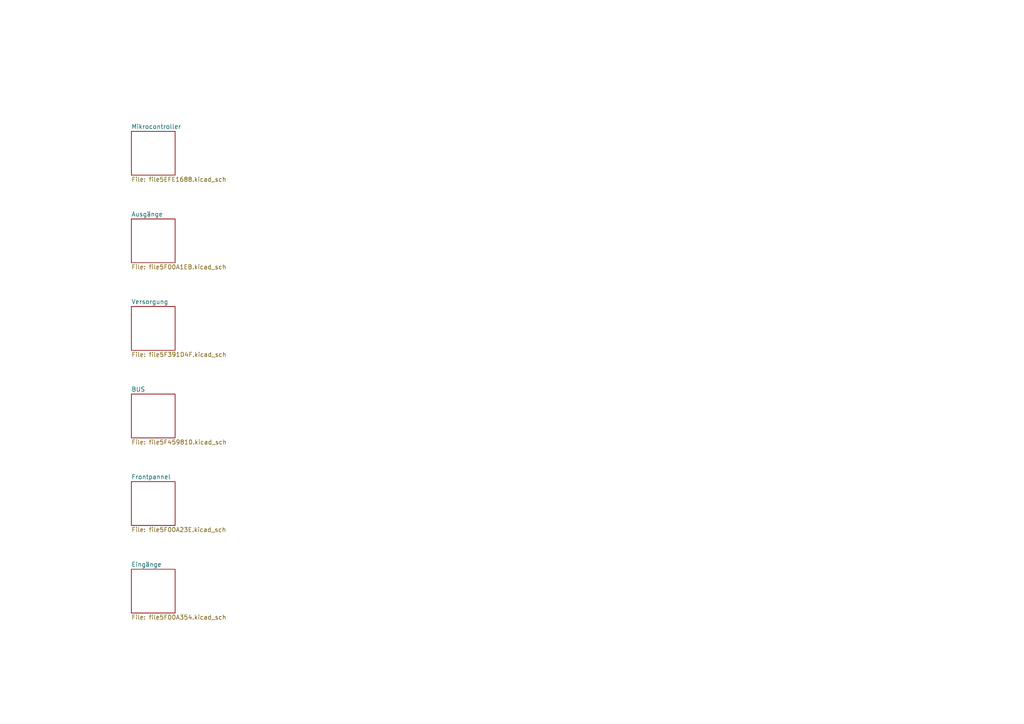
<source format=kicad_sch>
(kicad_sch (version 20210126) (generator eeschema)
  (paper "A4")
  (lib_symbols)
  (sheet (at 38.1 63.5) (size 12.7 12.7)
    (property "Schaltplanname" "Ausgänge" (at 38.1 62.8645 0) (effects (justify left bottom)))
    (property "Dateiname Blatt" "file5F00A1EB.kicad_sch" (at 38.1 76.7085 0) (effects (justify left top)))
  )
  (sheet (at 38.1 114.3) (size 12.7 12.7)
    (property "Schaltplanname" "BUS" (at 38.1 113.6645 0) (effects (justify left bottom)))
    (property "Dateiname Blatt" "file5F459810.kicad_sch" (at 38.1 127.5085 0) (effects (justify left top)))
  )
  (sheet (at 38.1 165.1) (size 12.7 12.7)
    (property "Schaltplanname" "Eingänge" (at 38.1 164.4645 0) (effects (justify left bottom)))
    (property "Dateiname Blatt" "file5F00A354.kicad_sch" (at 38.1 178.3085 0) (effects (justify left top)))
  )
  (sheet (at 38.1 139.7) (size 12.7 12.7)
    (property "Schaltplanname" "Frontpannel" (at 38.1 139.0645 0) (effects (justify left bottom)))
    (property "Dateiname Blatt" "file5F00A23E.kicad_sch" (at 38.1 152.9085 0) (effects (justify left top)))
  )
  (sheet (at 38.1 38.1) (size 12.7 12.7)
    (property "Schaltplanname" "Mikrocontroller" (at 38.1 37.4645 0) (effects (justify left bottom)))
    (property "Dateiname Blatt" "file5EFE1688.kicad_sch" (at 38.1 51.3085 0) (effects (justify left top)))
  )
  (sheet (at 38.1 88.9) (size 12.7 12.7)
    (property "Schaltplanname" "Versorgung" (at 38.1 88.2645 0) (effects (justify left bottom)))
    (property "Dateiname Blatt" "file5F391D4F.kicad_sch" (at 38.1 102.1085 0) (effects (justify left top)))
  )
)
</source>
